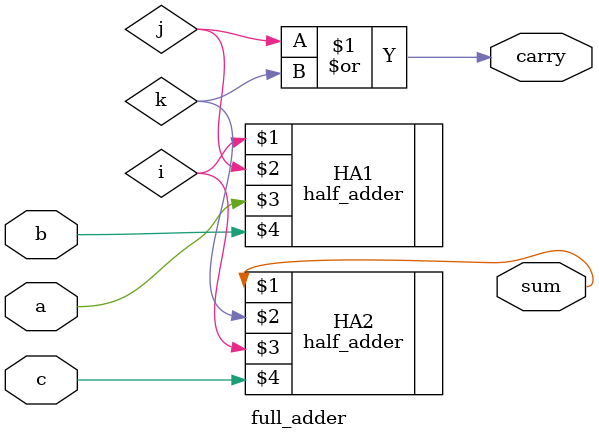
<source format=v>
`include "ha.v"

module full_adder (
    output sum, carry,
    input a, b, c
);
    wire i, j, k;

    half_adder HA1(i, j, a, b);
    half_adder HA2(sum, k, i, c);
    or(carry, j, k);
endmodule
</source>
